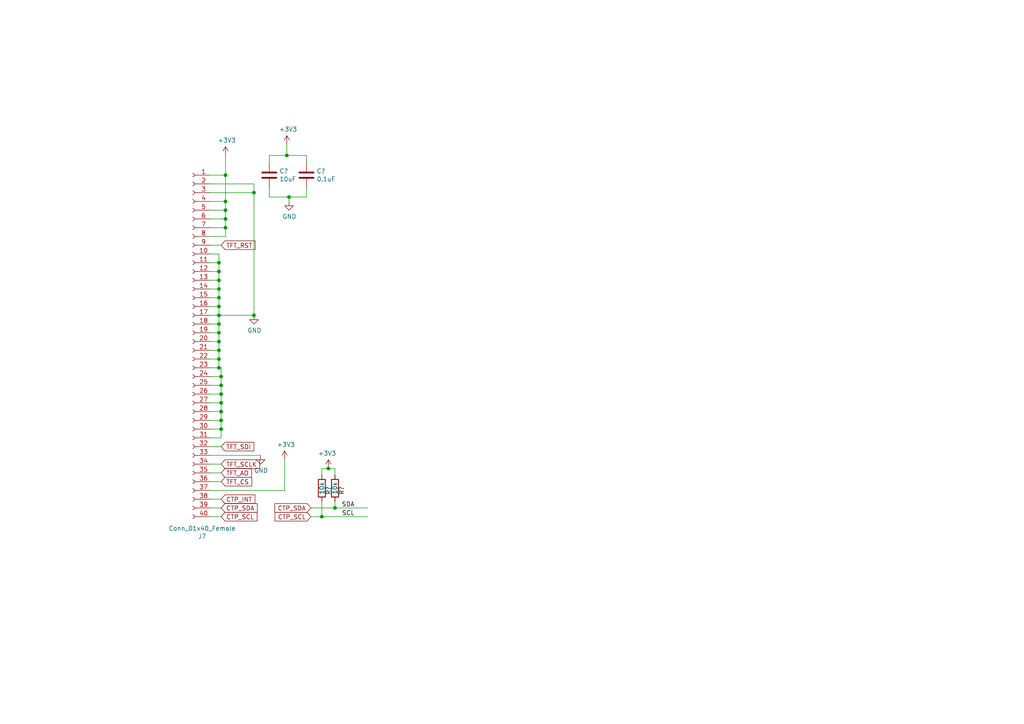
<source format=kicad_sch>
(kicad_sch (version 20211123) (generator eeschema)
  (paper "A4")
  (lib_symbols
    (symbol "Connector:Conn_01x40_Female" (pin_names (offset 1.016) hide)
      (property "Reference" "J" (at 0 50.8 0))
      (property "Value" "Conn_01x40_Female" (at 0 -53.34 0))
      (symbol "Conn_01x40_Female_1_1"
        (arc (start 0 -50.292) (mid -0.508 -50.8) (end 0 -51.308) (stroke (width 0.1524)))
        (arc (start 0 -47.752) (mid -0.508 -48.26) (end 0 -48.768) (stroke (width 0.1524)))
        (arc (start 0 -45.212) (mid -0.508 -45.72) (end 0 -46.228) (stroke (width 0.1524)))
        (arc (start 0 -42.672) (mid -0.508 -43.18) (end 0 -43.688) (stroke (width 0.1524)))
        (arc (start 0 -40.132) (mid -0.508 -40.64) (end 0 -41.148) (stroke (width 0.1524)))
        (arc (start 0 -37.592) (mid -0.508 -38.1) (end 0 -38.608) (stroke (width 0.1524)))
        (arc (start 0 -35.052) (mid -0.508 -35.56) (end 0 -36.068) (stroke (width 0.1524)))
        (arc (start 0 -32.512) (mid -0.508 -33.02) (end 0 -33.528) (stroke (width 0.1524)))
        (arc (start 0 -29.972) (mid -0.508 -30.48) (end 0 -30.988) (stroke (width 0.1524)))
        (arc (start 0 -27.432) (mid -0.508 -27.94) (end 0 -28.448) (stroke (width 0.1524)))
        (arc (start 0 -24.892) (mid -0.508 -25.4) (end 0 -25.908) (stroke (width 0.1524)))
        (arc (start 0 -22.352) (mid -0.508 -22.86) (end 0 -23.368) (stroke (width 0.1524)))
        (arc (start 0 -19.812) (mid -0.508 -20.32) (end 0 -20.828) (stroke (width 0.1524)))
        (arc (start 0 -17.272) (mid -0.508 -17.78) (end 0 -18.288) (stroke (width 0.1524)))
        (arc (start 0 -14.732) (mid -0.508 -15.24) (end 0 -15.748) (stroke (width 0.1524)))
        (arc (start 0 -12.192) (mid -0.508 -12.7) (end 0 -13.208) (stroke (width 0.1524)))
        (arc (start 0 -9.652) (mid -0.508 -10.16) (end 0 -10.668) (stroke (width 0.1524)))
        (arc (start 0 -7.112) (mid -0.508 -7.62) (end 0 -8.128) (stroke (width 0.1524)))
        (arc (start 0 -4.572) (mid -0.508 -5.08) (end 0 -5.588) (stroke (width 0.1524)))
        (arc (start 0 -2.032) (mid -0.508 -2.54) (end 0 -3.048) (stroke (width 0.1524)))
        (polyline (pts (xy -1.27 -50.8) (xy -0.508 -50.8)) (stroke (width 0.1524)))
        (polyline (pts (xy -1.27 -48.26) (xy -0.508 -48.26)) (stroke (width 0.1524)))
        (polyline (pts (xy -1.27 -45.72) (xy -0.508 -45.72)) (stroke (width 0.1524)))
        (polyline (pts (xy -1.27 -43.18) (xy -0.508 -43.18)) (stroke (width 0.1524)))
        (polyline (pts (xy -1.27 -40.64) (xy -0.508 -40.64)) (stroke (width 0.1524)))
        (polyline (pts (xy -1.27 -38.1) (xy -0.508 -38.1)) (stroke (width 0.1524)))
        (polyline (pts (xy -1.27 -35.56) (xy -0.508 -35.56)) (stroke (width 0.1524)))
        (polyline (pts (xy -1.27 -33.02) (xy -0.508 -33.02)) (stroke (width 0.1524)))
        (polyline (pts (xy -1.27 -30.48) (xy -0.508 -30.48)) (stroke (width 0.1524)))
        (polyline (pts (xy -1.27 -27.94) (xy -0.508 -27.94)) (stroke (width 0.1524)))
        (polyline (pts (xy -1.27 -25.4) (xy -0.508 -25.4)) (stroke (width 0.1524)))
        (polyline (pts (xy -1.27 -22.86) (xy -0.508 -22.86)) (stroke (width 0.1524)))
        (polyline (pts (xy -1.27 -20.32) (xy -0.508 -20.32)) (stroke (width 0.1524)))
        (polyline (pts (xy -1.27 -17.78) (xy -0.508 -17.78)) (stroke (width 0.1524)))
        (polyline (pts (xy -1.27 -15.24) (xy -0.508 -15.24)) (stroke (width 0.1524)))
        (polyline (pts (xy -1.27 -12.7) (xy -0.508 -12.7)) (stroke (width 0.1524)))
        (polyline (pts (xy -1.27 -10.16) (xy -0.508 -10.16)) (stroke (width 0.1524)))
        (polyline (pts (xy -1.27 -7.62) (xy -0.508 -7.62)) (stroke (width 0.1524)))
        (polyline (pts (xy -1.27 -5.08) (xy -0.508 -5.08)) (stroke (width 0.1524)))
        (polyline (pts (xy -1.27 -2.54) (xy -0.508 -2.54)) (stroke (width 0.1524)))
        (polyline (pts (xy -1.27 0) (xy -0.508 0)) (stroke (width 0.1524)))
        (polyline (pts (xy -1.27 2.54) (xy -0.508 2.54)) (stroke (width 0.1524)))
        (polyline (pts (xy -1.27 5.08) (xy -0.508 5.08)) (stroke (width 0.1524)))
        (polyline (pts (xy -1.27 7.62) (xy -0.508 7.62)) (stroke (width 0.1524)))
        (polyline (pts (xy -1.27 10.16) (xy -0.508 10.16)) (stroke (width 0.1524)))
        (polyline (pts (xy -1.27 12.7) (xy -0.508 12.7)) (stroke (width 0.1524)))
        (polyline (pts (xy -1.27 15.24) (xy -0.508 15.24)) (stroke (width 0.1524)))
        (polyline (pts (xy -1.27 17.78) (xy -0.508 17.78)) (stroke (width 0.1524)))
        (polyline (pts (xy -1.27 20.32) (xy -0.508 20.32)) (stroke (width 0.1524)))
        (polyline (pts (xy -1.27 22.86) (xy -0.508 22.86)) (stroke (width 0.1524)))
        (polyline (pts (xy -1.27 25.4) (xy -0.508 25.4)) (stroke (width 0.1524)))
        (polyline (pts (xy -1.27 27.94) (xy -0.508 27.94)) (stroke (width 0.1524)))
        (polyline (pts (xy -1.27 30.48) (xy -0.508 30.48)) (stroke (width 0.1524)))
        (polyline (pts (xy -1.27 33.02) (xy -0.508 33.02)) (stroke (width 0.1524)))
        (polyline (pts (xy -1.27 35.56) (xy -0.508 35.56)) (stroke (width 0.1524)))
        (polyline (pts (xy -1.27 38.1) (xy -0.508 38.1)) (stroke (width 0.1524)))
        (polyline (pts (xy -1.27 40.64) (xy -0.508 40.64)) (stroke (width 0.1524)))
        (polyline (pts (xy -1.27 43.18) (xy -0.508 43.18)) (stroke (width 0.1524)))
        (polyline (pts (xy -1.27 45.72) (xy -0.508 45.72)) (stroke (width 0.1524)))
        (polyline (pts (xy -1.27 48.26) (xy -0.508 48.26)) (stroke (width 0.1524)))
        (arc (start 0 0.508) (mid -0.508 0) (end 0 -0.508) (stroke (width 0.1524)))
        (arc (start 0 3.048) (mid -0.508 2.54) (end 0 2.032) (stroke (width 0.1524)))
        (arc (start 0 5.588) (mid -0.508 5.08) (end 0 4.572) (stroke (width 0.1524)))
        (arc (start 0 8.128) (mid -0.508 7.62) (end 0 7.112) (stroke (width 0.1524)))
        (arc (start 0 10.668) (mid -0.508 10.16) (end 0 9.652) (stroke (width 0.1524)))
        (arc (start 0 13.208) (mid -0.508 12.7) (end 0 12.192) (stroke (width 0.1524)))
        (arc (start 0 15.748) (mid -0.508 15.24) (end 0 14.732) (stroke (width 0.1524)))
        (arc (start 0 18.288) (mid -0.508 17.78) (end 0 17.272) (stroke (width 0.1524)))
        (arc (start 0 20.828) (mid -0.508 20.32) (end 0 19.812) (stroke (width 0.1524)))
        (arc (start 0 23.368) (mid -0.508 22.86) (end 0 22.352) (stroke (width 0.1524)))
        (arc (start 0 25.908) (mid -0.508 25.4) (end 0 24.892) (stroke (width 0.1524)))
        (arc (start 0 28.448) (mid -0.508 27.94) (end 0 27.432) (stroke (width 0.1524)))
        (arc (start 0 30.988) (mid -0.508 30.48) (end 0 29.972) (stroke (width 0.1524)))
        (arc (start 0 33.528) (mid -0.508 33.02) (end 0 32.512) (stroke (width 0.1524)))
        (arc (start 0 36.068) (mid -0.508 35.56) (end 0 35.052) (stroke (width 0.1524)))
        (arc (start 0 38.608) (mid -0.508 38.1) (end 0 37.592) (stroke (width 0.1524)))
        (arc (start 0 41.148) (mid -0.508 40.64) (end 0 40.132) (stroke (width 0.1524)))
        (arc (start 0 43.688) (mid -0.508 43.18) (end 0 42.672) (stroke (width 0.1524)))
        (arc (start 0 46.228) (mid -0.508 45.72) (end 0 45.212) (stroke (width 0.1524)))
        (arc (start 0 48.768) (mid -0.508 48.26) (end 0 47.752) (stroke (width 0.1524)))
        (pin passive line (at -5.08 48.26 0) (length 3.81) (name "Pin_1") (number "1"))
        (pin passive line (at -5.08 25.4 0) (length 3.81) (name "Pin_10") (number "10"))
        (pin passive line (at -5.08 22.86 0) (length 3.81) (name "Pin_11") (number "11"))
        (pin passive line (at -5.08 20.32 0) (length 3.81) (name "Pin_12") (number "12"))
        (pin passive line (at -5.08 17.78 0) (length 3.81) (name "Pin_13") (number "13"))
        (pin passive line (at -5.08 15.24 0) (length 3.81) (name "Pin_14") (number "14"))
        (pin passive line (at -5.08 12.7 0) (length 3.81) (name "Pin_15") (number "15"))
        (pin passive line (at -5.08 10.16 0) (length 3.81) (name "Pin_16") (number "16"))
        (pin passive line (at -5.08 7.62 0) (length 3.81) (name "Pin_17") (number "17"))
        (pin passive line (at -5.08 5.08 0) (length 3.81) (name "Pin_18") (number "18"))
        (pin passive line (at -5.08 2.54 0) (length 3.81) (name "Pin_19") (number "19"))
        (pin passive line (at -5.08 45.72 0) (length 3.81) (name "Pin_2") (number "2"))
        (pin passive line (at -5.08 0 0) (length 3.81) (name "Pin_20") (number "20"))
        (pin passive line (at -5.08 -2.54 0) (length 3.81) (name "Pin_21") (number "21"))
        (pin passive line (at -5.08 -5.08 0) (length 3.81) (name "Pin_22") (number "22"))
        (pin passive line (at -5.08 -7.62 0) (length 3.81) (name "Pin_23") (number "23"))
        (pin passive line (at -5.08 -10.16 0) (length 3.81) (name "Pin_24") (number "24"))
        (pin passive line (at -5.08 -12.7 0) (length 3.81) (name "Pin_25") (number "25"))
        (pin passive line (at -5.08 -15.24 0) (length 3.81) (name "Pin_26") (number "26"))
        (pin passive line (at -5.08 -17.78 0) (length 3.81) (name "Pin_27") (number "27"))
        (pin passive line (at -5.08 -20.32 0) (length 3.81) (name "Pin_28") (number "28"))
        (pin passive line (at -5.08 -22.86 0) (length 3.81) (name "Pin_29") (number "29"))
        (pin passive line (at -5.08 43.18 0) (length 3.81) (name "Pin_3") (number "3"))
        (pin passive line (at -5.08 -25.4 0) (length 3.81) (name "Pin_30") (number "30"))
        (pin passive line (at -5.08 -27.94 0) (length 3.81) (name "Pin_31") (number "31"))
        (pin passive line (at -5.08 -30.48 0) (length 3.81) (name "Pin_32") (number "32"))
        (pin passive line (at -5.08 -33.02 0) (length 3.81) (name "Pin_33") (number "33"))
        (pin passive line (at -5.08 -35.56 0) (length 3.81) (name "Pin_34") (number "34"))
        (pin passive line (at -5.08 -38.1 0) (length 3.81) (name "Pin_35") (number "35"))
        (pin passive line (at -5.08 -40.64 0) (length 3.81) (name "Pin_36") (number "36"))
        (pin passive line (at -5.08 -43.18 0) (length 3.81) (name "Pin_37") (number "37"))
        (pin passive line (at -5.08 -45.72 0) (length 3.81) (name "Pin_38") (number "38"))
        (pin passive line (at -5.08 -48.26 0) (length 3.81) (name "Pin_39") (number "39"))
        (pin passive line (at -5.08 40.64 0) (length 3.81) (name "Pin_4") (number "4"))
        (pin passive line (at -5.08 -50.8 0) (length 3.81) (name "Pin_40") (number "40"))
        (pin passive line (at -5.08 38.1 0) (length 3.81) (name "Pin_5") (number "5"))
        (pin passive line (at -5.08 35.56 0) (length 3.81) (name "Pin_6") (number "6"))
        (pin passive line (at -5.08 33.02 0) (length 3.81) (name "Pin_7") (number "7"))
        (pin passive line (at -5.08 30.48 0) (length 3.81) (name "Pin_8") (number "8"))
        (pin passive line (at -5.08 27.94 0) (length 3.81) (name "Pin_9") (number "9"))
      )
    )
    (symbol "Device:C" (pin_numbers hide) (pin_names (offset 0.254))
      (property "Reference" "C" (at 0.635 2.54 0))
      (property "Value" "C" (at 0.635 -2.54 0))
      (symbol "C_0_1"
        (polyline (pts (xy -2.032 -0.762) (xy 2.032 -0.762)) (stroke (width 0.508)))
        (polyline (pts (xy -2.032 0.762) (xy 2.032 0.762)) (stroke (width 0.508)))
      )
      (symbol "C_1_1"
        (pin passive line (at 0 3.81 270) (length 2.794) (name "~") (number "1"))
        (pin passive line (at 0 -3.81 90) (length 2.794) (name "~") (number "2"))
      )
    )
    (symbol "Device:R" (pin_numbers hide) (pin_names (offset 0))
      (property "Reference" "R" (at 2.032 0 90))
      (property "Value" "R" (at 0 0 90))
      (symbol "R_0_1"
        (rectangle (start -1.016 -2.54) (end 1.016 2.54) (stroke (width 0.254)))
      )
      (symbol "R_1_1"
        (pin passive line (at 0 3.81 270) (length 1.27) (name "~") (number "1"))
        (pin passive line (at 0 -3.81 90) (length 1.27) (name "~") (number "2"))
      )
    )
    (symbol "power:+3.3V" (power) (pin_names (offset 0))
      (property "Value" "+3.3V" (at 0 3.556 0))
      (symbol "+3.3V_0_1"
        (polyline (pts (xy -0.762 1.27) (xy 0 2.54)))
        (polyline (pts (xy 0 0) (xy 0 2.54)))
        (polyline (pts (xy 0 2.54) (xy 0.762 1.27)))
      )
      (symbol "+3.3V_1_1"
        (pin power_in line (at 0 0 90) (length 0) hide (name "+3V3") (number "1"))
      )
    )
    (symbol "power:GND" (power) (pin_names (offset 0))
      (property "Value" "GND" (at 0 -3.81 0))
      (symbol "GND_0_1"
        (polyline (pts (xy 0 0) (xy 0 -1.27) (xy 1.27 -1.27) (xy 0 -2.54) (xy -1.27 -1.27) (xy 0 -1.27)))
      )
      (symbol "GND_1_1"
        (pin power_in line (at 0 0 270) (length 0) hide (name "GND") (number "1"))
      )
    )
  )
  (junction (at 65.405 60.96))
  (junction (at 64.135 121.92))
  (junction (at 63.5 83.82))
  (junction (at 83.185 45.085))
  (junction (at 65.405 66.04))
  (junction (at 64.135 114.3))
  (junction (at 63.5 96.52))
  (junction (at 93.345 149.86))
  (junction (at 64.135 124.46))
  (junction (at 64.135 109.22))
  (junction (at 64.135 119.38))
  (junction (at 65.405 58.42))
  (junction (at 63.5 91.44))
  (junction (at 63.5 104.14))
  (junction (at 65.405 63.5))
  (junction (at 95.25 135.89))
  (junction (at 63.5 93.98))
  (junction (at 83.82 57.15))
  (junction (at 63.5 78.74))
  (junction (at 63.5 106.68))
  (junction (at 63.5 81.28))
  (junction (at 97.155 147.32))
  (junction (at 63.5 86.36))
  (junction (at 63.5 76.2))
  (junction (at 64.135 111.76))
  (junction (at 73.66 55.88))
  (junction (at 65.405 50.8))
  (junction (at 63.5 99.06))
  (junction (at 63.5 88.9))
  (junction (at 73.66 91.44))
  (junction (at 63.5 101.6))
  (junction (at 64.135 116.84))
  (wire (pts (xy 93.345 149.86) (xy 90.17 149.86)))
  (wire (pts (xy 60.96 121.92) (xy 64.135 121.92)))
  (wire (pts (xy 64.135 116.84) (xy 64.135 114.3)))
  (wire (pts (xy 88.9 45.085) (xy 88.9 46.99)))
  (wire (pts (xy 60.96 127) (xy 64.135 127)))
  (wire (pts (xy 65.405 68.58) (xy 65.405 66.04)))
  (wire (pts (xy 64.135 114.3) (xy 64.135 111.76)))
  (wire (pts (xy 60.96 55.88) (xy 73.66 55.88)))
  (wire (pts (xy 60.96 142.24) (xy 82.55 142.24)))
  (wire (pts (xy 60.96 137.16) (xy 64.135 137.16)))
  (wire (pts (xy 65.405 63.5) (xy 65.405 66.04)))
  (wire (pts (xy 60.96 124.46) (xy 64.135 124.46)))
  (wire (pts (xy 95.25 135.89) (xy 97.155 135.89)))
  (wire (pts (xy 88.9 54.61) (xy 88.9 57.15)))
  (wire (pts (xy 60.96 50.8) (xy 65.405 50.8)))
  (wire (pts (xy 63.5 78.74) (xy 63.5 81.28)))
  (wire (pts (xy 60.96 78.74) (xy 63.5 78.74)))
  (wire (pts (xy 64.135 71.12) (xy 60.96 71.12)))
  (wire (pts (xy 78.105 45.085) (xy 83.185 45.085)))
  (wire (pts (xy 73.66 53.34) (xy 60.96 53.34)))
  (wire (pts (xy 60.96 58.42) (xy 65.405 58.42)))
  (wire (pts (xy 63.5 93.98) (xy 63.5 96.52)))
  (wire (pts (xy 63.5 104.14) (xy 63.5 106.68)))
  (wire (pts (xy 83.82 57.15) (xy 78.105 57.15)))
  (wire (pts (xy 63.5 86.36) (xy 63.5 88.9)))
  (wire (pts (xy 64.135 144.78) (xy 60.96 144.78)))
  (wire (pts (xy 63.5 106.68) (xy 64.135 106.68)))
  (wire (pts (xy 63.5 88.9) (xy 63.5 91.44)))
  (wire (pts (xy 63.5 81.28) (xy 60.96 81.28)))
  (wire (pts (xy 64.135 119.38) (xy 60.96 119.38)))
  (wire (pts (xy 63.5 81.28) (xy 63.5 83.82)))
  (wire (pts (xy 63.5 83.82) (xy 63.5 86.36)))
  (wire (pts (xy 97.155 135.89) (xy 97.155 137.795)))
  (wire (pts (xy 63.5 76.2) (xy 63.5 78.74)))
  (wire (pts (xy 73.66 55.88) (xy 73.66 53.34)))
  (wire (pts (xy 93.345 137.795) (xy 93.345 135.89)))
  (wire (pts (xy 60.96 93.98) (xy 63.5 93.98)))
  (wire (pts (xy 64.135 129.54) (xy 60.96 129.54)))
  (wire (pts (xy 78.105 46.99) (xy 78.105 45.085)))
  (wire (pts (xy 65.405 60.96) (xy 65.405 63.5)))
  (wire (pts (xy 60.96 66.04) (xy 65.405 66.04)))
  (wire (pts (xy 63.5 101.6) (xy 63.5 104.14)))
  (wire (pts (xy 65.405 58.42) (xy 65.405 50.8)))
  (wire (pts (xy 63.5 73.66) (xy 63.5 76.2)))
  (wire (pts (xy 60.96 68.58) (xy 65.405 68.58)))
  (wire (pts (xy 64.135 109.22) (xy 60.96 109.22)))
  (wire (pts (xy 106.68 149.86) (xy 93.345 149.86)))
  (wire (pts (xy 60.96 83.82) (xy 63.5 83.82)))
  (wire (pts (xy 63.5 99.06) (xy 63.5 101.6)))
  (wire (pts (xy 60.96 88.9) (xy 63.5 88.9)))
  (wire (pts (xy 73.66 55.88) (xy 73.66 91.44)))
  (wire (pts (xy 60.96 116.84) (xy 64.135 116.84)))
  (wire (pts (xy 64.135 134.62) (xy 60.96 134.62)))
  (wire (pts (xy 64.135 139.7) (xy 60.96 139.7)))
  (wire (pts (xy 82.55 142.24) (xy 82.55 133.35)))
  (wire (pts (xy 64.135 111.76) (xy 64.135 109.22)))
  (wire (pts (xy 64.135 124.46) (xy 64.135 121.92)))
  (wire (pts (xy 83.82 57.15) (xy 88.9 57.15)))
  (wire (pts (xy 63.5 73.66) (xy 60.96 73.66)))
  (wire (pts (xy 60.96 114.3) (xy 64.135 114.3)))
  (wire (pts (xy 90.17 147.32) (xy 97.155 147.32)))
  (wire (pts (xy 78.105 57.15) (xy 78.105 54.61)))
  (wire (pts (xy 65.405 60.96) (xy 65.405 58.42)))
  (wire (pts (xy 97.155 147.32) (xy 106.68 147.32)))
  (wire (pts (xy 83.185 41.91) (xy 83.185 45.085)))
  (wire (pts (xy 64.135 121.92) (xy 64.135 119.38)))
  (wire (pts (xy 73.66 91.44) (xy 63.5 91.44)))
  (wire (pts (xy 83.185 45.085) (xy 88.9 45.085)))
  (wire (pts (xy 83.82 58.42) (xy 83.82 57.15)))
  (wire (pts (xy 64.135 106.68) (xy 64.135 109.22)))
  (wire (pts (xy 63.5 104.14) (xy 60.96 104.14)))
  (wire (pts (xy 60.96 111.76) (xy 64.135 111.76)))
  (wire (pts (xy 93.345 135.89) (xy 95.25 135.89)))
  (wire (pts (xy 60.96 101.6) (xy 63.5 101.6)))
  (wire (pts (xy 60.96 132.08) (xy 75.565 132.08)))
  (wire (pts (xy 65.405 45.085) (xy 65.405 50.8)))
  (wire (pts (xy 60.96 63.5) (xy 65.405 63.5)))
  (wire (pts (xy 60.96 96.52) (xy 63.5 96.52)))
  (wire (pts (xy 64.135 127) (xy 64.135 124.46)))
  (wire (pts (xy 64.135 149.86) (xy 60.96 149.86)))
  (wire (pts (xy 64.135 119.38) (xy 64.135 116.84)))
  (wire (pts (xy 63.5 96.52) (xy 63.5 99.06)))
  (wire (pts (xy 63.5 106.68) (xy 60.96 106.68)))
  (wire (pts (xy 60.96 60.96) (xy 65.405 60.96)))
  (wire (pts (xy 60.96 99.06) (xy 63.5 99.06)))
  (wire (pts (xy 60.96 147.32) (xy 64.135 147.32)))
  (wire (pts (xy 63.5 76.2) (xy 60.96 76.2)))
  (wire (pts (xy 63.5 91.44) (xy 63.5 93.98)))
  (wire (pts (xy 97.155 145.415) (xy 97.155 147.32)))
  (wire (pts (xy 60.96 91.44) (xy 63.5 91.44)))
  (wire (pts (xy 93.345 145.415) (xy 93.345 149.86)))
  (wire (pts (xy 60.96 86.36) (xy 63.5 86.36)))
  (label "SCL" (at 102.87 149.86 180))
  (label "SDA" (at 102.87 147.32 180))
  (global_label "CTP_SDA" (shape input) (at 90.17 147.32 180) (property "Intersheet References" "${INTERSHEET_REFS}" (effects hide)))
  (global_label "CTP_SCL" (shape input) (at 64.135 149.86 0) (property "Intersheet References" "${INTERSHEET_REFS}" (effects hide)))
  (global_label "TFT_SCLK" (shape input) (at 64.135 134.62 0) (property "Intersheet References" "${INTERSHEET_REFS}" (effects hide)))
  (global_label "TFT_CS" (shape input) (at 64.135 139.7 0) (property "Intersheet References" "${INTERSHEET_REFS}" (effects hide)))
  (global_label "TFT_RST" (shape input) (at 64.135 71.12 0) (property "Intersheet References" "${INTERSHEET_REFS}" (effects hide)))
  (global_label "CTP_INT" (shape input) (at 64.135 144.78 0) (property "Intersheet References" "${INTERSHEET_REFS}" (effects hide)))
  (global_label "TFT_AO" (shape input) (at 64.135 137.16 0) (property "Intersheet References" "${INTERSHEET_REFS}" (effects hide)))
  (global_label "TFT_SDI" (shape input) (at 64.135 129.54 0) (property "Intersheet References" "${INTERSHEET_REFS}" (effects hide)))
  (global_label "CTP_SCL" (shape input) (at 90.17 149.86 180) (property "Intersheet References" "${INTERSHEET_REFS}" (effects hide)))
  (global_label "CTP_SDA" (shape input) (at 64.135 147.32 0) (property "Intersheet References" "${INTERSHEET_REFS}" (effects hide)))
  (symbol (lib_id "Connector:Conn_01x40_Female") (at 55.88 99.06 0) (mirror y) (unit 1)
    (property "Reference" "J7" (at 58.6232 155.575 0))
    (property "Value" "Conn_01x40_Female" (at 58.6232 153.2636 0))
    (property "Footprint" "Connector_FFC-FPC:Hirose_FH12-40S-0.5SH_1x40-1MP_P0.50mm_Horizontal" (effects hide))
    (property "Datasheet" "FH12-40S-0.5SH" (effects hide))
  )
  (symbol (lib_id "power:+3.3V") (at 65.405 45.085 0) (unit 1)
    (property "Reference" "#PWR031" (effects hide))
    (property "Value" "+3.3V" (at 65.786 40.6908 0))
  )
  (symbol (lib_id "power:GND") (at 73.66 91.44 0) (unit 1)
    (property "Reference" "#PWR032" (effects hide))
    (property "Value" "GND" (at 73.787 95.8342 0))
  )
  (symbol (lib_id "power:GND") (at 75.565 132.08 0) (unit 1)
    (property "Reference" "#PWR033" (effects hide))
    (property "Value" "GND" (at 75.692 136.4742 0))
  )
  (symbol (lib_id "power:+3.3V") (at 82.55 133.35 0) (unit 1)
    (property "Reference" "#PWR034" (effects hide))
    (property "Value" "+3.3V" (at 82.931 128.9558 0))
  )
  (symbol (lib_id "Device:C") (at 88.9 50.8 0)
    (property "Reference" "C?" (at 91.821 49.6316 0) (effects (justify left)))
    (property "Value" "0.1uF" (at 91.821 51.943 0) (effects (justify left)))
    (property "Footprint" "Capacitor_SMD:C_0402_1005Metric_Pad0.74x0.62mm_HandSolder" (effects hide))
  )
  (symbol (lib_id "power:+3.3V") (at 83.185 41.91 0)
    (property "Reference" "#PWR?" (effects hide))
    (property "Value" "+3.3V" (at 83.566 37.5158 0))
  )
  (symbol (lib_id "power:GND") (at 83.82 58.42 0)
    (property "Reference" "#PWR?" (effects hide))
    (property "Value" "GND" (at 83.947 62.8142 0))
  )
  (symbol (lib_id "Device:C") (at 78.105 50.8 0)
    (property "Reference" "C?" (at 81.026 49.6316 0) (effects (justify left)))
    (property "Value" "10uF" (at 81.026 51.943 0) (effects (justify left)))
    (property "Footprint" "Capacitor_SMD:C_0402_1005Metric_Pad0.74x0.62mm_HandSolder" (effects hide))
  )
  (symbol (lib_id "Device:R") (at 93.345 141.605 180)
    (property "Reference" "R?" (at 95.25 142.24 90))
    (property "Value" "10k" (at 93.345 141.605 90))
    (property "Footprint" "Resistor_SMD:R_0402_1005Metric_Pad0.72x0.64mm_HandSolder" (effects hide))
  )
  (symbol (lib_id "Device:R") (at 97.155 141.605 180)
    (property "Reference" "R?" (at 99.06 142.24 90))
    (property "Value" "10k" (at 97.155 141.605 90))
    (property "Footprint" "Resistor_SMD:R_0402_1005Metric_Pad0.72x0.64mm_HandSolder" (effects hide))
  )
  (symbol (lib_id "power:+3.3V") (at 95.25 135.89 0) (mirror y) (unit 1)
    (property "Reference" "#PWR037" (effects hide))
    (property "Value" "+3.3V" (at 94.869 131.4958 0))
  )
)
</source>
